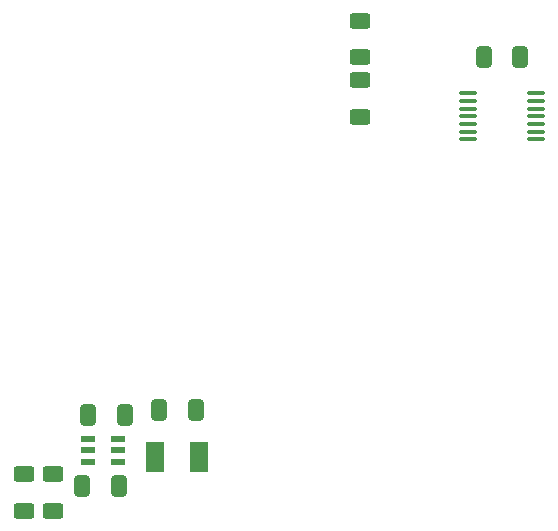
<source format=gtp>
G04 #@! TF.GenerationSoftware,KiCad,Pcbnew,8.0.5-8.0.5-0~ubuntu24.04.1*
G04 #@! TF.CreationDate,2024-09-30T22:34:35+02:00*
G04 #@! TF.ProjectId,ESP32-C3_LED_driver_PCB,45535033-322d-4433-935f-4c45445f6472,v1.0*
G04 #@! TF.SameCoordinates,Original*
G04 #@! TF.FileFunction,Paste,Top*
G04 #@! TF.FilePolarity,Positive*
%FSLAX46Y46*%
G04 Gerber Fmt 4.6, Leading zero omitted, Abs format (unit mm)*
G04 Created by KiCad (PCBNEW 8.0.5-8.0.5-0~ubuntu24.04.1) date 2024-09-30 22:34:35*
%MOMM*%
%LPD*%
G01*
G04 APERTURE LIST*
G04 Aperture macros list*
%AMRoundRect*
0 Rectangle with rounded corners*
0 $1 Rounding radius*
0 $2 $3 $4 $5 $6 $7 $8 $9 X,Y pos of 4 corners*
0 Add a 4 corners polygon primitive as box body*
4,1,4,$2,$3,$4,$5,$6,$7,$8,$9,$2,$3,0*
0 Add four circle primitives for the rounded corners*
1,1,$1+$1,$2,$3*
1,1,$1+$1,$4,$5*
1,1,$1+$1,$6,$7*
1,1,$1+$1,$8,$9*
0 Add four rect primitives between the rounded corners*
20,1,$1+$1,$2,$3,$4,$5,0*
20,1,$1+$1,$4,$5,$6,$7,0*
20,1,$1+$1,$6,$7,$8,$9,0*
20,1,$1+$1,$8,$9,$2,$3,0*%
G04 Aperture macros list end*
%ADD10R,1.500000X2.500000*%
%ADD11RoundRect,0.250000X0.412500X0.650000X-0.412500X0.650000X-0.412500X-0.650000X0.412500X-0.650000X0*%
%ADD12RoundRect,0.100000X-0.637500X-0.100000X0.637500X-0.100000X0.637500X0.100000X-0.637500X0.100000X0*%
%ADD13RoundRect,0.250000X-0.412500X-0.650000X0.412500X-0.650000X0.412500X0.650000X-0.412500X0.650000X0*%
%ADD14RoundRect,0.250000X0.625000X-0.400000X0.625000X0.400000X-0.625000X0.400000X-0.625000X-0.400000X0*%
%ADD15RoundRect,0.072500X-0.532500X-0.217500X0.532500X-0.217500X0.532500X0.217500X-0.532500X0.217500X0*%
%ADD16RoundRect,0.250000X-0.625000X0.400000X-0.625000X-0.400000X0.625000X-0.400000X0.625000X0.400000X0*%
G04 APERTURE END LIST*
D10*
X122350000Y-102850000D03*
X118650000Y-102850000D03*
D11*
X149562500Y-69000000D03*
X146437500Y-69000000D03*
X122062500Y-98850000D03*
X118937500Y-98850000D03*
D12*
X145137500Y-72050000D03*
X145137500Y-72700000D03*
X145137500Y-73350000D03*
X145137500Y-74000000D03*
X145137500Y-74650000D03*
X145137500Y-75300000D03*
X145137500Y-75950000D03*
X150862500Y-75950000D03*
X150862500Y-75300000D03*
X150862500Y-74650000D03*
X150862500Y-74000000D03*
X150862500Y-73350000D03*
X150862500Y-72700000D03*
X150862500Y-72050000D03*
D13*
X115562500Y-105350000D03*
X112437500Y-105350000D03*
D14*
X136000000Y-74050000D03*
X136000000Y-70950000D03*
D13*
X112937500Y-99300000D03*
X116062500Y-99300000D03*
D15*
X112990000Y-101350000D03*
X112990000Y-102300000D03*
X112990000Y-103250000D03*
X115500000Y-103250000D03*
X115500000Y-102300000D03*
X115500000Y-101350000D03*
D14*
X107500000Y-107400000D03*
X107500000Y-104300000D03*
D16*
X136000000Y-65900000D03*
X136000000Y-69000000D03*
X110000000Y-104300000D03*
X110000000Y-107400000D03*
M02*

</source>
